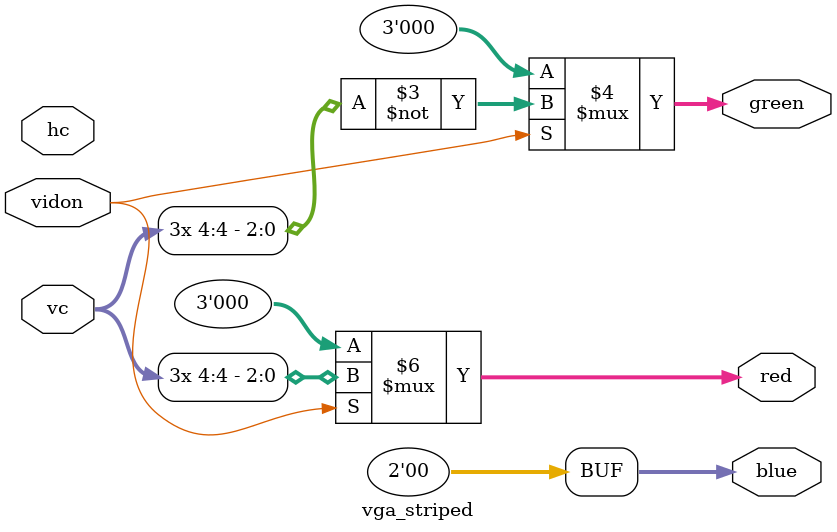
<source format=v>
`timescale 1ns / 1ps
module vga_striped(
input wire vidon,
input wire[9:0] hc,vc,
output reg[2:0] red,green,
output reg[1:0] blue
    );

always@* begin
    red<=0;
	 green<=0;
	 blue<=0;
	 if(vidon==1)
	 begin
	     red<={vc[4],vc[4],vc[4]};
		  green<=~{vc[4],vc[4],vc[4]};
	 end
end

endmodule

</source>
